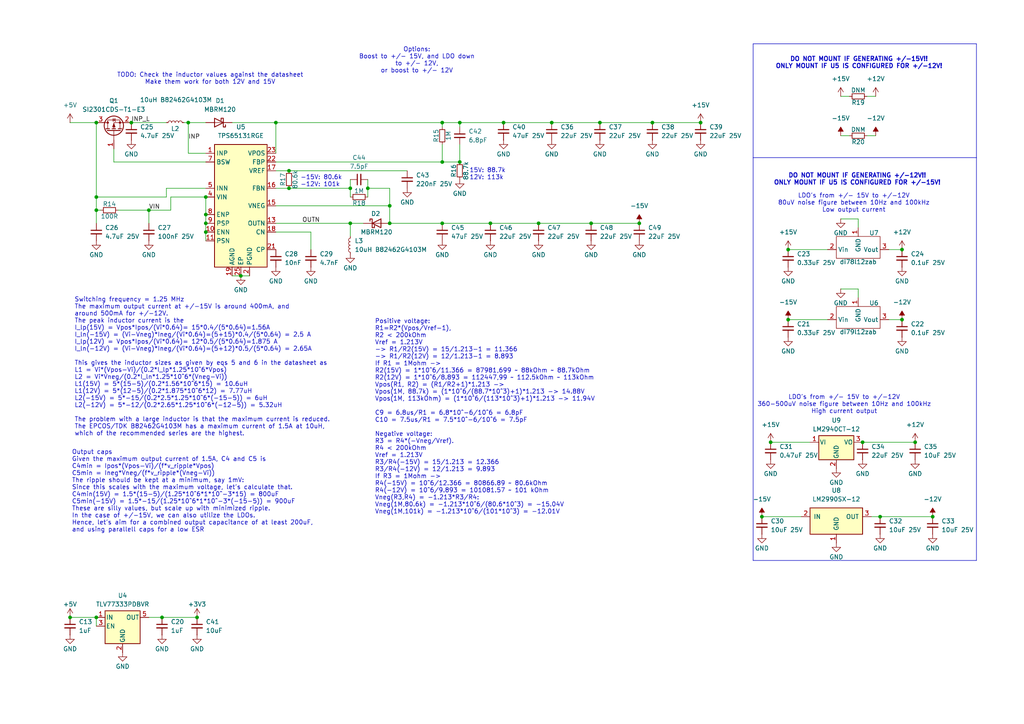
<source format=kicad_sch>
(kicad_sch (version 20231120) (generator "eeschema") (generator_version "8.0")
  (paper "A4")
  (lib_symbols
    (symbol "Device:C_Small" (pin_numbers hide) (pin_names (offset 0.254) hide)
      (property "Reference" "C" (at 0.254 1.778 0))
      (property "Value" "C_Small" (at 0.254 -2.032 0))
      (symbol "C_Small_0_1"
        (polyline (pts (xy -1.524 -0.508) (xy 1.524 -0.508)) (stroke (width 0.3302)))
        (polyline (pts (xy -1.524 0.508) (xy 1.524 0.508)) (stroke (width 0.3048)))
      )
      (symbol "C_Small_1_1"
        (pin passive line (at 0 2.54 270) (length 2.032) (name "~") (number "1"))
        (pin passive line (at 0 -2.54 90) (length 2.032) (name "~") (number "2"))
      )
    )
    (symbol "Device:D_Schottky" (pin_numbers hide) (pin_names (offset 1.016) hide)
      (property "Reference" "D" (at 0 2.54 0))
      (property "Value" "D_Schottky" (at 0 -2.54 0))
      (symbol "D_Schottky_0_1"
        (polyline (pts (xy 1.27 0) (xy -1.27 0)))
        (polyline (pts (xy 1.27 1.27) (xy 1.27 -1.27) (xy -1.27 0) (xy 1.27 1.27)) (stroke (width 0.254)))
        (polyline (pts (xy -1.905 0.635) (xy -1.905 1.27) (xy -1.27 1.27) (xy -1.27 -1.27) (xy -0.635 -1.27) (xy -0.635 -0.635)) (stroke (width 0.254)))
      )
      (symbol "D_Schottky_1_1"
        (pin passive line (at -3.81 0 0) (length 2.54) (name "K") (number "1"))
        (pin passive line (at 3.81 0 180) (length 2.54) (name "A") (number "2"))
      )
    )
    (symbol "Device:L_Small" (pin_numbers hide) (pin_names (offset 0.254) hide)
      (property "Reference" "L" (at 0.762 1.016 0))
      (property "Value" "L_Small" (at 0.762 -1.016 0))
      (symbol "L_Small_0_1"
        (arc (start 0 -2.032) (mid 0.5058 -1.524) (end 0 -1.016))
        (arc (start 0 -1.016) (mid 0.5058 -0.508) (end 0 0))
        (arc (start 0 0) (mid 0.5058 0.508) (end 0 1.016))
        (arc (start 0 1.016) (mid 0.5058 1.524) (end 0 2.032))
      )
      (symbol "L_Small_1_1"
        (pin passive line (at 0 2.54 270) (length 0.508) (name "~") (number "1"))
        (pin passive line (at 0 -2.54 90) (length 0.508) (name "~") (number "2"))
      )
    )
    (symbol "Device:R_Small" (pin_numbers hide) (pin_names (offset 0.254) hide)
      (property "Reference" "R" (at 0.762 0.508 0))
      (property "Value" "R_Small" (at 0.762 -1.016 0))
      (symbol "R_Small_0_1"
        (rectangle (start -0.762 1.778) (end 0.762 -1.778) (stroke (width 0.2032)))
      )
      (symbol "R_Small_1_1"
        (pin passive line (at 0 2.54 270) (length 0.762) (name "~") (number "1"))
        (pin passive line (at 0 -2.54 90) (length 0.762) (name "~") (number "2"))
      )
    )
    (symbol "Regulator_Linear:LM2937xT" (pin_names (offset 0.254))
      (property "Reference" "U" (at -3.81 3.175 0))
      (property "Value" "LM2937xT" (at 0 3.175 0))
      (symbol "LM2937xT_0_1"
        (rectangle (start -5.08 1.905) (end 5.08 -5.08) (stroke (width 0.254)) (fill (type background)))
      )
      (symbol "LM2937xT_1_1"
        (pin power_in line (at -7.62 0 0) (length 2.54) (name "VI") (number "1"))
        (pin power_in line (at 0 -7.62 90) (length 2.54) (name "GND") (number "2"))
        (pin power_out line (at 7.62 0 180) (length 2.54) (name "VO") (number "3"))
      )
    )
    (symbol "Regulator_Linear:LM2990SX-12" (pin_names (offset 1.016))
      (property "Reference" "U" (at -7.874 4.064 0))
      (property "Value" "LM2990SX-12" (at -3.048 4.064 0))
      (symbol "LM2990SX-12_0_1"
        (rectangle (start -7.62 2.54) (end 7.62 -5.08) (stroke (width 0.254)) (fill (type background)))
      )
      (symbol "LM2990SX-12_1_1"
        (pin power_in line (at 0 -7.62 90) (length 2.54) (name "GND") (number "1"))
        (pin power_in line (at -10.16 0 0) (length 2.54) (name "IN") (number "2"))
        (pin power_out line (at 10.16 0 180) (length 2.54) (name "OUT") (number "3"))
      )
    )
    (symbol "Regulator_Linear:TLV71333PDBV" (pin_names (offset 0.254))
      (property "Reference" "U" (at -3.81 5.715 0))
      (property "Value" "TLV71333PDBV" (at 0 5.715 0))
      (symbol "TLV71333PDBV_0_1"
        (rectangle (start -5.08 4.445) (end 5.08 -5.08) (stroke (width 0.254)) (fill (type background)))
      )
      (symbol "TLV71333PDBV_1_1"
        (pin power_in line (at -7.62 2.54 0) (length 2.54) (name "IN") (number "1"))
        (pin power_in line (at 0 -7.62 90) (length 2.54) (name "GND") (number "2"))
        (pin input line (at -7.62 0 0) (length 2.54) (name "EN") (number "3"))
        (pin no_connect line (at 5.08 0 180) (length 2.54) hide (name "NC") (number "4"))
        (pin power_out line (at 7.62 2.54 180) (length 2.54) (name "OUT") (number "5"))
      )
    )
    (symbol "Regulator_Switching:TPS65131RGE"
      (property "Reference" "U" (at -6.858 21.082 0))
      (property "Value" "TPS65131RGE" (at -1.016 19.05 0))
      (symbol "TPS65131RGE_0_1"
        (rectangle (start -7.62 17.78) (end 7.62 -17.78) (stroke (width 0.254)) (fill (type background)))
      )
      (symbol "TPS65131RGE_1_1"
        (pin input line (at -10.16 15.24 0) (length 2.54) (name "INP") (number "1"))
        (pin input line (at -10.16 -7.62 0) (length 2.54) (name "ENN") (number "10"))
        (pin input line (at -10.16 -10.16 0) (length 2.54) (name "PSN") (number "11"))
        (pin no_connect line (at -7.62 7.62 0) (length 2.54) hide (name "NC") (number "12"))
        (pin output line (at 10.16 -5.08 180) (length 2.54) (name "OUTN") (number "13"))
        (pin passive line (at 10.16 -5.08 180) (length 2.54) hide (name "OUTN") (number "14"))
        (pin input line (at 10.16 0 180) (length 2.54) (name "VNEG") (number "15"))
        (pin input line (at 10.16 5.08 180) (length 2.54) (name "FBN") (number "16"))
        (pin output line (at 10.16 10.16 180) (length 2.54) (name "VREF") (number "17"))
        (pin passive line (at 10.16 -7.62 180) (length 2.54) (name "CN") (number "18"))
        (pin power_in line (at -2.54 -20.32 90) (length 2.54) (name "AGND") (number "19"))
        (pin power_in line (at 2.54 -20.32 90) (length 2.54) (name "PGND") (number "2"))
        (pin no_connect line (at -7.62 10.16 0) (length 2.54) hide (name "NC") (number "20"))
        (pin passive line (at 10.16 -12.7 180) (length 2.54) (name "CP") (number "21"))
        (pin input line (at 10.16 12.7 180) (length 2.54) (name "FBP") (number "22"))
        (pin input line (at 10.16 15.24 180) (length 2.54) (name "VPOS") (number "23"))
        (pin input line (at -10.16 15.24 0) (length 2.54) hide (name "INP") (number "24"))
        (pin passive line (at 0 -20.32 90) (length 2.54) (name "EP") (number "25"))
        (pin passive line (at 2.54 -20.32 90) (length 2.54) hide (name "PGND") (number "3"))
        (pin power_in line (at -10.16 2.54 0) (length 2.54) (name "VIN") (number "4"))
        (pin input line (at -10.16 5.08 0) (length 2.54) (name "INN") (number "5"))
        (pin input line (at -10.16 5.08 0) (length 2.54) hide (name "INN") (number "6"))
        (pin output line (at -10.16 12.7 0) (length 2.54) (name "BSW") (number "7"))
        (pin input line (at -10.16 -2.54 0) (length 2.54) (name "ENP") (number "8"))
        (pin input line (at -10.16 -5.08 0) (length 2.54) (name "PSP") (number "9"))
      )
    )
    (symbol "Transistor_FET:Si2371EDS" (pin_names hide)
      (property "Reference" "Q" (at 5.08 1.905 0))
      (property "Value" "Si2371EDS" (at 5.08 0 0))
      (symbol "Si2371EDS_0_1"
        (polyline (pts (xy 0.254 0) (xy -2.54 0)))
        (polyline (pts (xy 0.254 1.905) (xy 0.254 -1.905)) (stroke (width 0.254)))
        (polyline (pts (xy 0.762 -1.27) (xy 0.762 -2.286)) (stroke (width 0.254)))
        (polyline (pts (xy 0.762 0.508) (xy 0.762 -0.508)) (stroke (width 0.254)))
        (polyline (pts (xy 0.762 2.286) (xy 0.762 1.27)) (stroke (width 0.254)))
        (polyline (pts (xy 2.54 2.54) (xy 2.54 1.778)))
        (polyline (pts (xy 2.54 -2.54) (xy 2.54 0) (xy 0.762 0)))
        (polyline (pts (xy 0.762 1.778) (xy 3.302 1.778) (xy 3.302 -1.778) (xy 0.762 -1.778)))
        (polyline (pts (xy 2.286 0) (xy 1.27 0.381) (xy 1.27 -0.381) (xy 2.286 0)) (fill (type outline)))
        (polyline (pts (xy 2.794 -0.508) (xy 2.921 -0.381) (xy 3.683 -0.381) (xy 3.81 -0.254)))
        (polyline (pts (xy 3.302 -0.381) (xy 2.921 0.254) (xy 3.683 0.254) (xy 3.302 -0.381)))
        (circle (center 1.651 0) (radius 2.794) (stroke (width 0.254)))
        (circle (center 2.54 -1.778) (radius 0.254) (fill (type outline)))
        (circle (center 2.54 1.778) (radius 0.254) (fill (type outline)))
      )
      (symbol "Si2371EDS_1_1"
        (pin input line (at -5.08 0 0) (length 2.54) (name "G") (number "1"))
        (pin passive line (at 2.54 -5.08 90) (length 2.54) (name "S") (number "2"))
        (pin passive line (at 2.54 5.08 270) (length 2.54) (name "D") (number "3"))
      )
    )
    (symbol "di79l12zab:di79l12zab"
      (property "Reference" "U" (at 8.382 7.366 0))
      (symbol "di79l12zab_0_1"
        (rectangle (start 0 6.35) (end 12.7 0))
      )
      (symbol "di79l12zab_1_1"
        (pin input line (at 6.35 8.89 270) (length 2.54) (name "GND") (number "1"))
        (pin input line (at -2.54 2.54 0) (length 2.54) (name "Vin") (number "2"))
        (pin output line (at 15.24 2.54 180) (length 2.54) (name "Vout") (number "3"))
      )
    )
    (symbol "power:+12V" (power) (pin_numbers hide) (pin_names (offset 0) hide)
      (property "Value" "+12V" (at 0 3.556 0))
      (symbol "+12V_0_1"
        (polyline (pts (xy -0.762 1.27) (xy 0 2.54)))
        (polyline (pts (xy 0 0) (xy 0 2.54)))
        (polyline (pts (xy 0 2.54) (xy 0.762 1.27)))
      )
      (symbol "+12V_1_1"
        (pin power_in line (at 0 0 90) (length 0) (name "~") (number "1"))
      )
    )
    (symbol "power:+15V" (power) (pin_numbers hide) (pin_names (offset 0) hide)
      (property "Value" "+15V" (at 0 3.556 0))
      (symbol "+15V_0_1"
        (polyline (pts (xy -0.762 1.27) (xy 0 2.54)))
        (polyline (pts (xy 0 0) (xy 0 2.54)))
        (polyline (pts (xy 0 2.54) (xy 0.762 1.27)))
      )
      (symbol "+15V_1_1"
        (pin power_in line (at 0 0 90) (length 0) (name "~") (number "1"))
      )
    )
    (symbol "power:+3V3" (power) (pin_numbers hide) (pin_names (offset 0) hide)
      (property "Value" "+3V3" (at 0 3.556 0))
      (symbol "+3V3_0_1"
        (polyline (pts (xy -0.762 1.27) (xy 0 2.54)))
        (polyline (pts (xy 0 0) (xy 0 2.54)))
        (polyline (pts (xy 0 2.54) (xy 0.762 1.27)))
      )
      (symbol "+3V3_1_1"
        (pin power_in line (at 0 0 90) (length 0) (name "~") (number "1"))
      )
    )
    (symbol "power:+5V" (power) (pin_numbers hide) (pin_names (offset 0) hide)
      (property "Value" "+5V" (at 0 3.556 0))
      (symbol "+5V_0_1"
        (polyline (pts (xy -0.762 1.27) (xy 0 2.54)))
        (polyline (pts (xy 0 0) (xy 0 2.54)))
        (polyline (pts (xy 0 2.54) (xy 0.762 1.27)))
      )
      (symbol "+5V_1_1"
        (pin power_in line (at 0 0 90) (length 0) (name "~") (number "1"))
      )
    )
    (symbol "power:-12V" (power) (pin_numbers hide) (pin_names (offset 0) hide)
      (property "Value" "-12V" (at 0 3.556 0))
      (symbol "-12V_0_0"
        (pin power_in line (at 0 0 90) (length 0) (name "~") (number "1"))
      )
      (symbol "-12V_0_1"
        (polyline (pts (xy 0 0) (xy 0 1.27) (xy 0.762 1.27) (xy 0 2.54) (xy -0.762 1.27) (xy 0 1.27)) (fill (type outline)))
      )
    )
    (symbol "power:-15V" (power) (pin_numbers hide) (pin_names (offset 0) hide)
      (property "Value" "-15V" (at 0 3.556 0))
      (symbol "-15V_0_0"
        (pin power_in line (at 0 0 90) (length 0) (name "~") (number "1"))
      )
      (symbol "-15V_0_1"
        (polyline (pts (xy 0 0) (xy 0 1.27) (xy 0.762 1.27) (xy 0 2.54) (xy -0.762 1.27) (xy 0 1.27)) (fill (type outline)))
      )
    )
    (symbol "power:GND" (power) (pin_numbers hide) (pin_names (offset 0) hide)
      (property "Value" "GND" (at 0 -3.81 0))
      (symbol "GND_0_1"
        (polyline (pts (xy 0 0) (xy 0 -1.27) (xy 1.27 -1.27) (xy 0 -2.54) (xy -1.27 -1.27) (xy 0 -1.27)))
      )
      (symbol "GND_1_1"
        (pin power_in line (at 0 0 270) (length 0) (name "~") (number "1"))
      )
    )
  )
  (junction (at 261.62 92.71))
  (junction (at 261.62 72.39))
  (junction (at 113.03 59.69))
  (junction (at 113.03 64.77))
  (junction (at 46.99 179.07))
  (junction (at 59.69 67.31))
  (junction (at 133.35 46.99))
  (junction (at 160.02 35.56))
  (junction (at 185.42 64.77))
  (junction (at 83.82 54.61))
  (junction (at 38.1 35.56))
  (junction (at 20.32 179.07))
  (junction (at 270.51 149.86))
  (junction (at 59.69 64.77))
  (junction (at 27.94 57.15))
  (junction (at 54.61 35.56))
  (junction (at 146.05 35.56))
  (junction (at 128.27 64.77))
  (junction (at 106.68 54.61))
  (junction (at 142.24 64.77))
  (junction (at 173.99 35.56))
  (junction (at 27.94 60.96))
  (junction (at 101.6 54.61))
  (junction (at 228.6 92.71))
  (junction (at 128.27 35.56))
  (junction (at 255.27 149.86))
  (junction (at 223.52 128.27))
  (junction (at 171.45 64.77))
  (junction (at 80.01 35.56))
  (junction (at 27.94 179.07))
  (junction (at 203.2 35.56))
  (junction (at 57.15 179.07))
  (junction (at 69.85 80.01))
  (junction (at 101.6 64.77))
  (junction (at 43.18 60.96))
  (junction (at 189.23 35.56))
  (junction (at 220.98 149.86))
  (junction (at 250.19 128.27))
  (junction (at 59.69 62.23))
  (junction (at 59.69 57.15))
  (junction (at 83.82 49.53))
  (junction (at 265.43 128.27))
  (junction (at 228.6 72.39))
  (junction (at 133.35 35.56))
  (junction (at 27.94 35.56))
  (junction (at 156.21 64.77))
  (junction (at 128.27 46.99))
  (polyline (pts (xy 283.21 12.7) (xy 283.21 45.72)))
  (wire (pts (xy 142.24 64.77) (xy 156.21 64.77)))
  (wire (pts (xy 33.02 46.99) (xy 59.69 46.99)))
  (wire (pts (xy 106.68 52.07) (xy 106.68 54.61)))
  (wire (pts (xy 101.6 64.77) (xy 101.6 68.58)))
  (wire (pts (xy 27.94 179.07) (xy 27.94 181.61)))
  (wire (pts (xy 243.84 83.82) (xy 248.92 83.82)))
  (wire (pts (xy 83.82 49.53) (xy 118.11 49.53)))
  (wire (pts (xy 128.27 35.56) (xy 133.35 35.56)))
  (wire (pts (xy 43.18 60.96) (xy 49.53 60.96)))
  (wire (pts (xy 20.32 35.56) (xy 27.94 35.56)))
  (wire (pts (xy 53.34 35.56) (xy 54.61 35.56)))
  (wire (pts (xy 27.94 35.56) (xy 27.94 57.15)))
  (wire (pts (xy 128.27 64.77) (xy 142.24 64.77)))
  (wire (pts (xy 261.62 92.71) (xy 257.81 92.71)))
  (wire (pts (xy 67.31 35.56) (xy 80.01 35.56)))
  (wire (pts (xy 54.61 44.45) (xy 59.69 44.45)))
  (wire (pts (xy 113.03 54.61) (xy 113.03 59.69)))
  (wire (pts (xy 46.99 179.07) (xy 43.18 179.07)))
  (wire (pts (xy 133.35 41.91) (xy 133.35 46.99)))
  (wire (pts (xy 146.05 35.56) (xy 160.02 35.56)))
  (wire (pts (xy 160.02 35.56) (xy 173.99 35.56)))
  (polyline (pts (xy 218.44 12.7) (xy 283.21 12.7)))
  (wire (pts (xy 59.69 62.23) (xy 59.69 64.77)))
  (wire (pts (xy 49.53 57.15) (xy 59.69 57.15)))
  (wire (pts (xy 67.31 80.01) (xy 69.85 80.01)))
  (wire (pts (xy 59.69 54.61) (xy 48.26 54.61)))
  (wire (pts (xy 156.21 64.77) (xy 171.45 64.77)))
  (wire (pts (xy 33.02 46.99) (xy 33.02 43.18)))
  (wire (pts (xy 133.35 35.56) (xy 133.35 36.83)))
  (wire (pts (xy 80.01 46.99) (xy 128.27 46.99)))
  (wire (pts (xy 223.52 128.27) (xy 234.95 128.27)))
  (wire (pts (xy 228.6 92.71) (xy 240.03 92.71)))
  (wire (pts (xy 90.17 72.39) (xy 90.17 67.31)))
  (wire (pts (xy 34.29 60.96) (xy 43.18 60.96)))
  (wire (pts (xy 113.03 64.77) (xy 128.27 64.77)))
  (wire (pts (xy 46.99 179.07) (xy 57.15 179.07)))
  (wire (pts (xy 83.82 54.61) (xy 101.6 54.61)))
  (wire (pts (xy 171.45 64.77) (xy 185.42 64.77)))
  (wire (pts (xy 80.01 54.61) (xy 83.82 54.61)))
  (wire (pts (xy 80.01 64.77) (xy 101.6 64.77)))
  (wire (pts (xy 113.03 59.69) (xy 113.03 64.77)))
  (wire (pts (xy 48.26 57.15) (xy 27.94 57.15)))
  (wire (pts (xy 101.6 54.61) (xy 101.6 52.07)))
  (wire (pts (xy 80.01 35.56) (xy 128.27 35.56)))
  (wire (pts (xy 80.01 35.56) (xy 80.01 44.45)))
  (wire (pts (xy 128.27 46.99) (xy 133.35 46.99)))
  (wire (pts (xy 59.69 35.56) (xy 54.61 35.56)))
  (wire (pts (xy 255.27 149.86) (xy 270.51 149.86)))
  (polyline (pts (xy 283.21 45.72) (xy 218.44 45.72)))
  (wire (pts (xy 59.69 57.15) (xy 59.69 62.23)))
  (wire (pts (xy 59.69 64.77) (xy 59.69 67.31)))
  (wire (pts (xy 90.17 67.31) (xy 80.01 67.31)))
  (wire (pts (xy 128.27 35.56) (xy 128.27 36.83)))
  (wire (pts (xy 101.6 54.61) (xy 101.6 57.15)))
  (wire (pts (xy 80.01 59.69) (xy 113.03 59.69)))
  (wire (pts (xy 243.84 63.5) (xy 248.92 63.5)))
  (polyline (pts (xy 283.21 45.72) (xy 283.21 162.56)))
  (wire (pts (xy 29.21 60.96) (xy 27.94 60.96)))
  (wire (pts (xy 106.68 54.61) (xy 106.68 57.15)))
  (wire (pts (xy 248.92 63.5) (xy 248.92 66.04)))
  (wire (pts (xy 69.85 80.01) (xy 72.39 80.01)))
  (wire (pts (xy 49.53 60.96) (xy 49.53 57.15)))
  (wire (pts (xy 105.41 64.77) (xy 101.6 64.77)))
  (wire (pts (xy 80.01 49.53) (xy 83.82 49.53)))
  (wire (pts (xy 173.99 35.56) (xy 189.23 35.56)))
  (wire (pts (xy 248.92 83.82) (xy 248.92 86.36)))
  (wire (pts (xy 255.27 149.86) (xy 252.73 149.86)))
  (wire (pts (xy 246.38 27.94) (xy 243.84 27.94)))
  (wire (pts (xy 251.46 27.94) (xy 254 27.94)))
  (polyline (pts (xy 218.44 12.7) (xy 218.44 45.72)))
  (wire (pts (xy 261.62 72.39) (xy 257.81 72.39)))
  (wire (pts (xy 254 39.37) (xy 251.46 39.37)))
  (wire (pts (xy 54.61 35.56) (xy 54.61 44.45)))
  (wire (pts (xy 106.68 54.61) (xy 113.03 54.61)))
  (wire (pts (xy 43.18 64.77) (xy 43.18 60.96)))
  (wire (pts (xy 246.38 39.37) (xy 243.84 39.37)))
  (wire (pts (xy 27.94 60.96) (xy 27.94 57.15)))
  (wire (pts (xy 128.27 41.91) (xy 128.27 46.99)))
  (wire (pts (xy 20.32 179.07) (xy 27.94 179.07)))
  (wire (pts (xy 59.69 67.31) (xy 59.69 69.85)))
  (wire (pts (xy 48.26 35.56) (xy 38.1 35.56)))
  (wire (pts (xy 250.19 128.27) (xy 265.43 128.27)))
  (wire (pts (xy 48.26 54.61) (xy 48.26 57.15)))
  (wire (pts (xy 189.23 35.56) (xy 203.2 35.56)))
  (wire (pts (xy 133.35 35.56) (xy 146.05 35.56)))
  (polyline (pts (xy 218.44 45.72) (xy 218.44 162.56)))
  (wire (pts (xy 27.94 64.77) (xy 27.94 60.96)))
  (wire (pts (xy 228.6 72.39) (xy 240.03 72.39)))
  (wire (pts (xy 220.98 149.86) (xy 232.41 149.86)))
  (polyline (pts (xy 218.44 162.56) (xy 283.21 162.56)))
  (text "Switching frequency = 1.25 MHz\nThe maximum output current at +/-15V is around 400mA, and\naround 500mA for +/-12V. \nThe peak inductor current is the \nI_lp(15V) = Vpos*Ipos/(Vi*0.64)= 15*0.4/(5*0.64)=1.56A\nI_ln(-15V) = (Vi-Vneg)*Ineg/(Vi*0.64)=(5+15)*0.4/(5*0.64) = 2.5 A\nI_lp(12V) = Vpos*Ipos/(Vi*0.64)= 12*0.5/(5*0.64)=1.875 A\nI_ln(-12V) = (Vi-Vneg)*Ineg/(Vi*0.64)=(5+12)*0.5/(5*0.64) = 2.65A\n\nThis gives the inductor sizes as given by eqs 5 and 6 in the datasheet as\nL1 = Vi*(Vpos-Vi)/(0.2*I_lp*1.25*10^6*Vpos)\nL2 = Vi*Vneg/(0.2*I_ln*1.25*10^6*(Vneg-Vi))\nL1(15V) = 5*(15-5)/(0.2*1.56*10^6*15) = 10.6uH\nL1(12V) = 5*(12-5)/(0.2*1.875*10^6*12) = 7.77uH\nL2(-15V) = 5*-15/(0.2*2.5*1.25*10^6*(-15-5)) = 6uH\nL2(-12V) = 5*-12/(0.2*2.65*1.25*10^6*(-12-5)) = 5.32uH\n\nThe problem with a large inductor is that the maximum current is reduced. \nThe EPCOS/TDK B82462G4103M has a maximum current of 1.5A at 10uH,\nwhich of the recommended series are the highest. " (at 21.59 106.426 0) (effects (font (size 1.27 1.27)) (justify left)))
  (text "DO NOT MOUNT IF GENERATING +/-15V!!\nONLY MOUNT IF U5 IS CONFIGURED FOR +/-12V!" (at 249.174 18.288 0) (effects (font (size 1.27 1.27) (thickness 0.254) (bold yes))))
  (text "LDO's from +/- 15V to +/-12V\n80uV noise figure between 10Hz and 100kHz\nLow output current" (at 247.65 58.928 0) (effects (font (size 1.27 1.27))))
  (text "Output caps\nGiven the maximum output current of 1.5A, C4 and C5 is\nC4min = Ipos*(Vpos-Vi)/(f*v_ripple*Vpos)\nC5min = Ineg*Vneg/(f*v_ripple*(Vneg-Vi))\nThe ripple should be kept at a minimum, say 1mV:\nSince this scales with the maximum voltage, let's calculate that. \nC4min(15V) = 1.5*(15-5)/(1.25*10^6*1*10^-3*15) = 800uF\nC5min(-15V) = 1.5*-15/(1.25*10^6*1*10^-3*(-15-5)) = 900uF\nThese are silly values, but scale up with minimized ripple. \nIn the case of +/-15V, we can also utilize the LDOs. \nHence, let's aim for a combined output capacitance of at least 200uF, \nand using parallell caps for a low ESR" (at 20.828 142.494 0) (effects (font (size 1.27 1.27)) (justify left)))
  (text "-15V: 80.6k\n-12V: 101k" (at 87.122 52.578 0) (effects (font (size 1.27 1.27)) (justify left)))
  (text "Positive voltage:\nR1=R2*(Vpos/Vref-1), \nR2 < 200kOhm\nVref = 1.213V\n-> R1/R2(15V) = 15/1.213-1 = 11.366\n-> R1/R2(12V) = 12/1.213-1 = 8.893\nIf R1 = 1Mohm -> \nR2(15V) = 1*10^6/11.366 = 87981,699 ~ 88kOhm ~ 88.7kOhm\nR2(12V) = 1*10^6/8.893 = 112447,99 ~ 112.5kOhm ~ 113kOhm\nVpos(R1, R2) = (R1/R2+1)*1.213 ->\nVpos(1M, 88.7k) = (1*10^6/(88.7*10^3)+1)*1.213 -> 14.88V\nVpos(1M, 113kOhm) = (1*10^6/(113*10^3)+1)*1.213 -> 11.94V\n\nC9 = 6.8us/R1 = 6.8*10^-6/10^6 = 6.8pF\nC10 = 7.5us/R1 = 7.5*10^-6/10^6 = 7.5pF\n\nNegative voltage:\nR3 = R4*(-Vneg/Vref). \nR4 < 200kOhm\nVref = 1.213V\nR3/R4(-15V) = 15/1.213 = 12.366\nR3/R4(-12V) = 12/1.213 = 9.893\nIf R3 = 1Mohm ->\nR4(-15V) = 10^6/12.366 = 80866.89 ~ 80.6kOhm\nR4(-12V) = 10^6/9.893 = 101081.57 ~ 101 kOhm\nVneg(R3,R4) = -1.213*R3/R4:\nVneg(1M,80.6k) = -1.213*10^6/(80.6*10^3) = -15.04V\nVneg(1M,101k) = -1.213*10^6/(101*10^3) = −12.01V" (at 108.712 120.904 0) (effects (font (size 1.27 1.27)) (justify left)))
  (text "LDO's from +/- 15V to +/-12V\n360-500uV noise figure between 10Hz and 100kHz\nHigh current output" (at 244.856 117.348 0) (effects (font (size 1.27 1.27))))
  (text "DO NOT MOUNT IF GENERATING +/-12V!!\nONLY MOUNT IF U5 IS CONFIGURED FOR +/-15V!" (at 248.666 52.07 0) (effects (font (size 1.27 1.27) (thickness 0.254) (bold yes))))
  (text "TODO: Check the inductor values against the datasheet\nMake them work for both 12V and 15V" (at 60.96 22.86 0) (effects (font (size 1.27 1.27))))
  (text "Options:\nBoost to +/- 15V, and LDO down\nto +/- 12V,\nor boost to +/- 12V" (at 120.904 17.526 0) (effects (font (size 1.27 1.27))))
  (text "15V: 88.7k\n12V: 113k" (at 136.144 50.546 0) (effects (font (size 1.27 1.27)) (justify left)))
  (label "OUTN" (at 87.63 64.77 0))
  (label "INP_L" (at 38.1 35.56 0))
  (label "INP" (at 54.61 40.64 0))
  (label "VIN" (at 43.18 60.96 0))
  (symbol (lib_id "power:GND") (at 156.21 69.85 0) (unit 1)
    (property "Reference" "#PWR89" (effects (hide yes)))
    (property "Value" "GND" (at 156.21 73.914 0))
    (property "Description" "Power symbol creates a global label with name \"GND\" , ground" (effects (hide yes)))
  )
  (symbol (lib_id "power:+15V") (at 223.52 128.27 0) (unit 1)
    (property "Reference" "#PWR69" (effects (hide yes)))
    (property "Value" "+15V" (at 223.52 123.19 0))
    (property "Description" "Power symbol creates a global label with name \"+15V\"" (effects (hide yes)))
  )
  (symbol (lib_id "power:GND") (at 101.6 73.66 0) (unit 1)
    (property "Reference" "#PWR64" (effects (hide yes)))
    (property "Value" "GND" (at 101.6 77.724 0))
    (property "Description" "Power symbol creates a global label with name \"GND\" , ground" (effects (hide yes)))
  )
  (symbol (lib_id "power:-15V") (at 185.42 64.77 0) (unit 1)
    (property "Reference" "#PWR86" (effects (hide yes)))
    (property "Value" "-15V" (at 185.42 59.69 0))
    (property "Description" "Power symbol creates a global label with name \"-15V\"" (effects (hide yes)))
  )
  (symbol (lib_id "power:GND") (at 189.23 40.64 0) (unit 1)
    (property "Reference" "#PWR79" (effects (hide yes)))
    (property "Value" "GND" (at 189.23 44.704 0))
    (property "Description" "Power symbol creates a global label with name \"GND\" , ground" (effects (hide yes)))
  )
  (symbol (lib_id "power:GND") (at 203.2 40.64 0) (unit 1)
    (property "Reference" "#PWR80" (effects (hide yes)))
    (property "Value" "GND" (at 203.2 44.704 0))
    (property "Description" "Power symbol creates a global label with name \"GND\" , ground" (effects (hide yes)))
  )
  (symbol (lib_id "Device:C_Small") (at 171.45 67.31 0) (unit 1)
    (property "Reference" "C48" (at 173.99 66.0462 0) (effects (justify left)))
    (property "Value" "22uF 25V" (at 173.99 68.5862 0) (effects (justify left)))
    (property "Footprint" "Capacitor_SMD:C_0805_2012Metric" (effects (hide yes)))
    (property "Description" "Unpolarized capacitor, small symbol" (effects (hide yes)))
  )
  (symbol (lib_id "Device:R_Small") (at 128.27 39.37 180) (unit 1)
    (property "Reference" "R15" (at 126.492 39.37 90))
    (property "Value" "1M" (at 130.048 39.37 90))
    (property "Footprint" "Resistor_SMD:R_0402_1005Metric" (effects (hide yes)))
    (property "Description" "Resistor, small symbol" (effects (hide yes)))
  )
  (symbol (lib_id "Device:C_Small") (at 142.24 67.31 0) (unit 1)
    (property "Reference" "C46" (at 144.78 66.0462 0) (effects (justify left)))
    (property "Value" "22uF 25V" (at 144.78 68.5862 0) (effects (justify left)))
    (property "Footprint" "Capacitor_SMD:C_0805_2012Metric" (effects (hide yes)))
    (property "Description" "Unpolarized capacitor, small symbol" (effects (hide yes)))
  )
  (symbol (lib_id "power:GND") (at 57.15 184.15 0) (unit 1)
    (property "Reference" "#PWR82" (effects (hide yes)))
    (property "Value" "GND" (at 57.15 188.214 0))
    (property "Description" "Power symbol creates a global label with name \"GND\" , ground" (effects (hide yes)))
  )
  (symbol (lib_id "power:GND") (at 90.17 77.47 0) (unit 1)
    (property "Reference" "#PWR63" (effects (hide yes)))
    (property "Value" "GND" (at 90.17 81.534 0))
    (property "Description" "Power symbol creates a global label with name \"GND\" , ground" (effects (hide yes)))
  )
  (symbol (lib_id "power:GND") (at 228.6 97.79 0) (unit 1)
    (property "Reference" "#PWR48" (effects (hide yes)))
    (property "Value" "GND" (at 228.6 101.854 0))
    (property "Description" "Power symbol creates a global label with name \"GND\" , ground" (effects (hide yes)))
  )
  (symbol (lib_id "power:GND") (at 43.18 69.85 0) (unit 1)
    (property "Reference" "#PWR60" (effects (hide yes)))
    (property "Value" "GND" (at 43.18 73.914 0))
    (property "Description" "Power symbol creates a global label with name \"GND\" , ground" (effects (hide yes)))
  )
  (symbol (lib_id "power:GND") (at 146.05 40.64 0) (unit 1)
    (property "Reference" "#PWR81" (effects (hide yes)))
    (property "Value" "GND" (at 146.05 44.704 0))
    (property "Description" "Power symbol creates a global label with name \"GND\" , ground" (effects (hide yes)))
  )
  (symbol (lib_id "power:+15V") (at 243.84 27.94 0) (unit 1)
    (property "Reference" "#PWR94" (effects (hide yes)))
    (property "Value" "+15V" (at 243.84 22.86 0))
    (property "Description" "Power symbol creates a global label with name \"+15V\"" (effects (hide yes)))
  )
  (symbol (lib_id "Device:C_Small") (at 189.23 38.1 0) (unit 1)
    (property "Reference" "C38" (at 191.77 36.8362 0) (effects (justify left)))
    (property "Value" "22uF 25V" (at 191.77 39.3762 0) (effects (justify left)))
    (property "Footprint" "Capacitor_SMD:C_0805_2012Metric" (effects (hide yes)))
    (property "Description" "Unpolarized capacitor, small symbol" (effects (hide yes)))
  )
  (symbol (lib_id "Device:C_Small") (at 118.11 52.07 0) (unit 1)
    (property "Reference" "C43" (at 120.65 50.8062 0) (effects (justify left)))
    (property "Value" "220nF 25V" (at 120.65 53.3462 0) (effects (justify left)))
    (property "Footprint" "Capacitor_SMD:C_0402_1005Metric" (effects (hide yes)))
    (property "Description" "Unpolarized capacitor, small symbol" (effects (hide yes)))
  )
  (symbol (lib_id "power:+12V") (at 265.43 128.27 0) (unit 1)
    (property "Reference" "#PWR76" (effects (hide yes)))
    (property "Value" "+12V" (at 265.43 123.19 0))
    (property "Description" "Power symbol creates a global label with name \"+12V\"" (effects (hide yes)))
  )
  (symbol (lib_id "power:-15V") (at 243.84 39.37 0) (unit 1)
    (property "Reference" "#PWR92" (effects (hide yes)))
    (property "Value" "-15V" (at 243.84 34.29 0))
    (property "Description" "Power symbol creates a global label with name \"-15V\"" (effects (hide yes)))
  )
  (symbol (lib_id "power:+12V") (at 261.62 72.39 0) (unit 1)
    (property "Reference" "#PWR53" (effects (hide yes)))
    (property "Value" "+12V" (at 261.62 67.31 0))
    (property "Description" "Power symbol creates a global label with name \"+12V\"" (effects (hide yes)))
  )
  (symbol (lib_id "power:GND") (at 133.35 52.07 0) (unit 1)
    (property "Reference" "#PWR83" (effects (hide yes)))
    (property "Value" "GND" (at 133.35 56.134 0))
    (property "Description" "Power symbol creates a global label with name \"GND\" , ground" (effects (hide yes)))
  )
  (symbol (lib_id "Device:C_Small") (at 261.62 95.25 0) (unit 1)
    (property "Reference" "C22" (at 264.16 93.9862 0) (effects (justify left)))
    (property "Value" "0.1uF 25V" (at 264.16 96.5262 0) (effects (justify left)))
    (property "Footprint" "Capacitor_SMD:C_0603_1608Metric" (effects (hide yes)))
    (property "Description" "Unpolarized capacitor, small symbol" (effects (hide yes)))
  )
  (symbol (lib_id "Regulator_Switching:TPS65131RGE") (at 69.85 59.69 0) (unit 1)
    (property "Reference" "U5" (at 69.85 36.83 0))
    (property "Value" "TPS65131RGE" (at 69.85 39.37 0))
    (property "Footprint" "Package_DFN_QFN:VQFN-24-1EP_4x4mm_P0.5mm_EP2.45x2.45mm_ThermalVias" (effects (hide yes)))
    (property "Datasheet" "http://www.ti.com/lit/ds/symlink/tps65130.pdf" (effects (hide yes)))
    (property "Description" "Split-Rail Converter with Dual, Positive and Negative Outputs (750mA typ, Switch Current Limit 1950mA typ),), 2.7-5.5V, VQFN-24" (effects (hide yes)))
  )
  (symbol (lib_id "power:GND") (at 223.52 133.35 0) (unit 1)
    (property "Reference" "#PWR70" (effects (hide yes)))
    (property "Value" "GND" (at 223.52 137.414 0))
    (property "Description" "Power symbol creates a global label with name \"GND\" , ground" (effects (hide yes)))
  )
  (symbol (lib_id "di79l12zab:di79l12zab") (at 242.57 74.93 0) (unit 1)
    (property "Reference" "U7" (at 253.492 67.564 0))
    (property "Value" "di78l12zab" (at 248.92 75.946 0))
    (property "Footprint" "Package_TO_SOT_THT:TO-92" (effects (hide yes)))
  )
  (symbol (lib_id "power:GND") (at 128.27 69.85 0) (unit 1)
    (property "Reference" "#PWR87" (effects (hide yes)))
    (property "Value" "GND" (at 128.27 73.914 0))
    (property "Description" "Power symbol creates a global label with name \"GND\" , ground" (effects (hide yes)))
  )
  (symbol (lib_id "power:+5V") (at 20.32 35.56 0) (unit 1)
    (property "Reference" "#PWR197" (effects (hide yes)))
    (property "Value" "+5V" (at 20.32 30.48 0))
    (property "Description" "Power symbol creates a global label with name \"+5V\"" (effects (hide yes)))
  )
  (symbol (lib_id "power:GND") (at 38.1 40.64 0) (unit 1)
    (property "Reference" "#PWR56" (effects (hide yes)))
    (property "Value" "GND" (at 38.1 44.704 0))
    (property "Description" "Power symbol creates a global label with name \"GND\" , ground" (effects (hide yes)))
  )
  (symbol (lib_id "Device:R_Small") (at 83.82 52.07 180) (unit 1)
    (property "Reference" "R17" (at 82.042 52.07 90))
    (property "Value" "80.6k" (at 85.598 52.07 90))
    (property "Footprint" "Resistor_SMD:R_0402_1005Metric" (effects (hide yes)))
    (property "Description" "Resistor, small symbol" (effects (hide yes)))
  )
  (symbol (lib_id "power:GND") (at 270.51 154.94 0) (unit 1)
    (property "Reference" "#PWR73" (effects (hide yes)))
    (property "Value" "GND" (at 270.51 159.004 0))
    (property "Description" "Power symbol creates a global label with name \"GND\" , ground" (effects (hide yes)))
  )
  (symbol (lib_id "Device:R_Small") (at 248.92 39.37 270) (unit 1)
    (property "Reference" "R20" (at 248.92 41.148 90))
    (property "Value" "DNM" (at 248.92 37.592 90))
    (property "Footprint" "Resistor_SMD:R_0402_1005Metric" (effects (hide yes)))
    (property "Description" "Resistor, small symbol" (effects (hide yes)))
  )
  (symbol (lib_id "power:GND") (at 69.85 80.01 0) (unit 1)
    (property "Reference" "#PWR61" (effects (hide yes)))
    (property "Value" "GND" (at 69.85 84.074 0))
    (property "Description" "Power symbol creates a global label with name \"GND\" , ground" (effects (hide yes)))
  )
  (symbol (lib_id "power:GND") (at 171.45 69.85 0) (unit 1)
    (property "Reference" "#PWR90" (effects (hide yes)))
    (property "Value" "GND" (at 171.45 73.914 0))
    (property "Description" "Power symbol creates a global label with name \"GND\" , ground" (effects (hide yes)))
  )
  (symbol (lib_id "Device:C_Small") (at 228.6 74.93 0) (unit 1)
    (property "Reference" "C23" (at 231.14 73.6662 0) (effects (justify left)))
    (property "Value" "0.33uF 25V" (at 231.14 76.2062 0) (effects (justify left)))
    (property "Footprint" "Capacitor_SMD:C_0603_1608Metric" (effects (hide yes)))
    (property "Description" "Unpolarized capacitor, small symbol" (effects (hide yes)))
  )
  (symbol (lib_id "Device:L_Small") (at 50.8 35.56 90) (unit 1)
    (property "Reference" "L2" (at 50.8 37.338 90))
    (property "Value" "10uH B82462G4103M" (at 51.054 28.956 90))
    (property "Footprint" "Inductor_SMD:L_Vishay_IHLP-2525" (effects (hide yes)))
    (property "Description" "Inductor, small symbol" (effects (hide yes)))
  )
  (symbol (lib_id "power:GND") (at 228.6 77.47 0) (unit 1)
    (property "Reference" "#PWR54" (effects (hide yes)))
    (property "Value" "GND" (at 228.6 81.534 0))
    (property "Description" "Power symbol creates a global label with name \"GND\" , ground" (effects (hide yes)))
  )
  (symbol (lib_id "Device:C_Small") (at 160.02 38.1 0) (unit 1)
    (property "Reference" "C36" (at 162.56 36.8362 0) (effects (justify left)))
    (property "Value" "22uF 25V" (at 162.56 39.3762 0) (effects (justify left)))
    (property "Footprint" "Capacitor_SMD:C_0805_2012Metric" (effects (hide yes)))
    (property "Description" "Unpolarized capacitor, small symbol" (effects (hide yes)))
  )
  (symbol (lib_id "Device:C_Small") (at 261.62 74.93 0) (unit 1)
    (property "Reference" "C24" (at 264.16 73.6662 0) (effects (justify left)))
    (property "Value" "0.1uF 25V" (at 264.16 76.2062 0) (effects (justify left)))
    (property "Footprint" "Capacitor_SMD:C_0603_1608Metric" (effects (hide yes)))
    (property "Description" "Unpolarized capacitor, small symbol" (effects (hide yes)))
  )
  (symbol (lib_id "power:GND") (at 265.43 133.35 0) (unit 1)
    (property "Reference" "#PWR75" (effects (hide yes)))
    (property "Value" "GND" (at 265.43 137.414 0))
    (property "Description" "Power symbol creates a global label with name \"GND\" , ground" (effects (hide yes)))
  )
  (symbol (lib_id "power:GND") (at 220.98 154.94 0) (unit 1)
    (property "Reference" "#PWR66" (effects (hide yes)))
    (property "Value" "GND" (at 220.98 159.004 0))
    (property "Description" "Power symbol creates a global label with name \"GND\" , ground" (effects (hide yes)))
  )
  (symbol (lib_id "power:GND") (at 80.01 77.47 0) (unit 1)
    (property "Reference" "#PWR62" (effects (hide yes)))
    (property "Value" "GND" (at 80.01 81.534 0))
    (property "Description" "Power symbol creates a global label with name \"GND\" , ground" (effects (hide yes)))
  )
  (symbol (lib_id "power:GND") (at 250.19 133.35 0) (unit 1)
    (property "Reference" "#PWR74" (effects (hide yes)))
    (property "Value" "GND" (at 250.19 137.414 0))
    (property "Description" "Power symbol creates a global label with name \"GND\" , ground" (effects (hide yes)))
  )
  (symbol (lib_id "power:GND") (at 27.94 69.85 0) (unit 1)
    (property "Reference" "#PWR59" (effects (hide yes)))
    (property "Value" "GND" (at 27.94 73.914 0))
    (property "Description" "Power symbol creates a global label with name \"GND\" , ground" (effects (hide yes)))
  )
  (symbol (lib_id "Device:R_Small") (at 133.35 49.53 180) (unit 1)
    (property "Reference" "R16" (at 131.572 49.53 90))
    (property "Value" "88.7k" (at 135.128 49.53 90))
    (property "Footprint" "Resistor_SMD:R_0402_1005Metric" (effects (hide yes)))
    (property "Description" "Resistor, small symbol" (effects (hide yes)))
  )
  (symbol (lib_id "power:GND") (at 261.62 97.79 0) (unit 1)
    (property "Reference" "#PWR49" (effects (hide yes)))
    (property "Value" "GND" (at 261.62 101.854 0))
    (property "Description" "Power symbol creates a global label with name \"GND\" , ground" (effects (hide yes)))
  )
  (symbol (lib_id "Device:C_Small") (at 46.99 181.61 0) (unit 1)
    (property "Reference" "C20" (at 49.53 180.3462 0) (effects (justify left)))
    (property "Value" "1uF" (at 49.53 182.8862 0) (effects (justify left)))
    (property "Footprint" "Capacitor_SMD:C_0603_1608Metric" (effects (hide yes)))
    (property "Description" "Unpolarized capacitor, small symbol" (effects (hide yes)))
  )
  (symbol (lib_id "power:GND") (at 243.84 63.5 0) (unit 1)
    (property "Reference" "#PWR55" (effects (hide yes)))
    (property "Value" "GND" (at 243.84 67.564 0))
    (property "Description" "Power symbol creates a global label with name \"GND\" , ground" (effects (hide yes)))
  )
  (symbol (lib_id "Regulator_Linear:LM2937xT") (at 242.57 128.27 0) (unit 1)
    (property "Reference" "U9" (at 242.57 121.92 0))
    (property "Value" "LM2940CT-12" (at 242.57 124.46 0))
    (property "Footprint" "TO-220-3_no_hole:TO-220-3_no_hole" (effects (hide yes)))
    (property "Datasheet" "https://www.ti.com/lit/ds/symlink/lm2940c.pdf?ts=1743294412619&ref_url=https%253A%252F%252Fwww.ti.com%252Fproduct%252FLM2940C%252Fpart-details%252FLM2940CT-12%252FNOPB" (effects (hide yes)))
    (property "Description" "1000-mA Low Dropout Regulator, TO-220" (effects (hide yes)))
  )
  (symbol (lib_id "Device:C_Small") (at 20.32 181.61 0) (unit 1)
    (property "Reference" "C13" (at 22.86 180.3462 0) (effects (justify left)))
    (property "Value" "1uF" (at 22.86 182.8862 0) (effects (justify left)))
    (property "Footprint" "Capacitor_SMD:C_0603_1608Metric" (effects (hide yes)))
    (property "Description" "Unpolarized capacitor, small symbol" (effects (hide yes)))
  )
  (symbol (lib_id "power:-12V") (at 261.62 92.71 0) (unit 1)
    (property "Reference" "#PWR52" (effects (hide yes)))
    (property "Value" "-12V" (at 261.62 87.63 0))
    (property "Description" "Power symbol creates a global label with name \"-12V\"" (effects (hide yes)))
  )
  (symbol (lib_id "Device:C_Small") (at 80.01 74.93 0) (unit 1)
    (property "Reference" "C28" (at 82.55 73.6662 0) (effects (justify left)))
    (property "Value" "10nF" (at 82.55 76.2062 0) (effects (justify left)))
    (property "Footprint" "Capacitor_SMD:C_0402_1005Metric" (effects (hide yes)))
    (property "Description" "Unpolarized capacitor, small symbol" (effects (hide yes)))
  )
  (symbol (lib_id "Device:L_Small") (at 101.6 71.12 180) (unit 1)
    (property "Reference" "L3" (at 102.87 69.8499 0) (effects (justify right)))
    (property "Value" "10uH B82462G4103M" (at 102.87 72.3899 0) (effects (justify right)))
    (property "Footprint" "Inductor_SMD:L_Vishay_IHLP-2525" (effects (hide yes)))
    (property "Description" "Inductor, small symbol" (effects (hide yes)))
  )
  (symbol (lib_id "power:GND") (at 242.57 135.89 0) (unit 1)
    (property "Reference" "#PWR68" (effects (hide yes)))
    (property "Value" "GND" (at 242.57 139.954 0))
    (property "Description" "Power symbol creates a global label with name \"GND\" , ground" (effects (hide yes)))
  )
  (symbol (lib_id "power:GND") (at 118.11 54.61 0) (unit 1)
    (property "Reference" "#PWR84" (effects (hide yes)))
    (property "Value" "GND" (at 118.11 58.674 0))
    (property "Description" "Power symbol creates a global label with name \"GND\" , ground" (effects (hide yes)))
  )
  (symbol (lib_id "Device:C_Small") (at 223.52 130.81 0) (unit 1)
    (property "Reference" "C31" (at 226.06 129.5462 0) (effects (justify left)))
    (property "Value" "0.47uF 25V" (at 226.06 132.0862 0) (effects (justify left)))
    (property "Footprint" "Capacitor_SMD:C_0603_1608Metric" (effects (hide yes)))
    (property "Description" "Unpolarized capacitor, small symbol" (effects (hide yes)))
  )
  (symbol (lib_id "Device:C_Small") (at 270.51 152.4 0) (unit 1)
    (property "Reference" "C33" (at 273.05 151.1362 0) (effects (justify left)))
    (property "Value" "10uF 25V" (at 273.05 153.6762 0) (effects (justify left)))
    (property "Footprint" "Capacitor_SMD:C_0805_2012Metric" (effects (hide yes)))
    (property "Description" "Unpolarized capacitor, small symbol" (effects (hide yes)))
  )
  (symbol (lib_id "Transistor_FET:Si2371EDS") (at 33.02 38.1 90) (unit 1)
    (property "Reference" "Q1" (at 33.02 29.21 90))
    (property "Value" "SI2301CDS-T1-E3" (at 33.02 31.75 90))
    (property "Footprint" "Package_TO_SOT_SMD:SOT-23" (effects (hide yes)))
    (property "Datasheet" "https://www.vishay.com/docs/68741/si2301cd.pdf" (effects (hide yes)))
    (property "Description" "P-Channel MOSFET, SOT-23" (effects (hide yes)))
  )
  (symbol (lib_id "Regulator_Linear:TLV71333PDBV") (at 35.56 181.61 0) (unit 1)
    (property "Reference" "U4" (at 35.56 172.72 0))
    (property "Value" "TLV77333PDBVR" (at 35.56 175.26 0))
    (property "Footprint" "Package_TO_SOT_SMD:SOT-23-5" (effects (hide yes)))
    (property "Datasheet" "https://www.ti.com/lit/ds/symlink/tlv773.pdf?ts=1742973977176&ref_url=https%253A%252F%252Fwww.ti.com%252Fproduct%252FTLV773%252Fpart-details%252FTLV77318PDBVR" (effects (hide yes)))
    (property "Description" "300mA, Small-Size, High-PSRR, Low-Dropout Regulator" (effects (hide yes)))
  )
  (symbol (lib_id "power:GND") (at 185.42 69.85 0) (unit 1)
    (property "Reference" "#PWR91" (effects (hide yes)))
    (property "Value" "GND" (at 185.42 73.914 0))
    (property "Description" "Power symbol creates a global label with name \"GND\" , ground" (effects (hide yes)))
  )
  (symbol (lib_id "Device:C_Small") (at 38.1 38.1 0) (unit 1)
    (property "Reference" "C25" (at 40.64 36.8362 0) (effects (justify left)))
    (property "Value" "4.7uF 25V" (at 40.64 39.3762 0) (effects (justify left)))
    (property "Footprint" "Capacitor_SMD:C_0805_2012Metric" (effects (hide yes)))
    (property "Description" "Unpolarized capacitor, small symbol" (effects (hide yes)))
  )
  (symbol (lib_id "Device:C_Small") (at 90.17 74.93 0) (unit 1)
    (property "Reference" "C29" (at 92.71 73.6662 0) (effects (justify left)))
    (property "Value" "4.7nF" (at 92.71 76.2062 0) (effects (justify left)))
    (property "Footprint" "Capacitor_SMD:C_0402_1005Metric" (effects (hide yes)))
    (property "Description" "Unpolarized capacitor, small symbol" (effects (hide yes)))
  )
  (symbol (lib_id "Device:C_Small") (at 173.99 38.1 0) (unit 1)
    (property "Reference" "C37" (at 176.53 36.8362 0) (effects (justify left)))
    (property "Value" "22uF 25V" (at 176.53 39.3762 0) (effects (justify left)))
    (property "Footprint" "Capacitor_SMD:C_0805_2012Metric" (effects (hide yes)))
    (property "Description" "Unpolarized capacitor, small symbol" (effects (hide yes)))
  )
  (symbol (lib_id "power:+15V") (at 203.2 35.56 0) (unit 1)
    (property "Reference" "#PWR85" (effects (hide yes)))
    (property "Value" "+15V" (at 203.2 30.48 0))
    (property "Description" "Power symbol creates a global label with name \"+15V\"" (effects (hide yes)))
  )
  (symbol (lib_id "power:GND") (at 142.24 69.85 0) (unit 1)
    (property "Reference" "#PWR88" (effects (hide yes)))
    (property "Value" "GND" (at 142.24 73.914 0))
    (property "Description" "Power symbol creates a global label with name \"GND\" , ground" (effects (hide yes)))
  )
  (symbol (lib_id "Device:R_Small") (at 104.14 57.15 270) (unit 1)
    (property "Reference" "R18" (at 104.14 58.928 90))
    (property "Value" "1M" (at 104.14 55.372 90))
    (property "Footprint" "Resistor_SMD:R_0402_1005Metric" (effects (hide yes)))
    (property "Description" "Resistor, small symbol" (effects (hide yes)))
  )
  (symbol (lib_id "Device:C_Small") (at 104.14 52.07 90) (unit 1)
    (property "Reference" "C44" (at 104.1463 45.72 90))
    (property "Value" "7.5pF" (at 104.1463 48.26 90))
    (property "Footprint" "Capacitor_SMD:C_0402_1005Metric" (effects (hide yes)))
    (property "Description" "Unpolarized capacitor, small symbol" (effects (hide yes)))
  )
  (symbol (lib_id "di79l12zab:di79l12zab") (at 242.57 95.25 0) (unit 1)
    (property "Reference" "U6" (at 253.492 87.884 0))
    (property "Value" "di79l12zab" (at 248.92 96.266 0))
    (property "Footprint" "Package_TO_SOT_THT:TO-92" (effects (hide yes)))
  )
  (symbol (lib_id "power:GND") (at 160.02 40.64 0) (unit 1)
    (property "Reference" "#PWR77" (effects (hide yes)))
    (property "Value" "GND" (at 160.02 44.704 0))
    (property "Description" "Power symbol creates a global label with name \"GND\" , ground" (effects (hide yes)))
  )
  (symbol (lib_id "Device:R_Small") (at 31.75 60.96 90) (unit 1)
    (property "Reference" "R14" (at 31.75 59.182 90))
    (property "Value" "100R" (at 31.75 62.738 90))
    (property "Footprint" "Resistor_SMD:R_0402_1005Metric" (effects (hide yes)))
    (property "Description" "Resistor, small symbol" (effects (hide yes)))
  )
  (symbol (lib_id "Device:R_Small") (at 248.92 27.94 270) (unit 1)
    (property "Reference" "R19" (at 248.92 29.718 90))
    (property "Value" "DNM" (at 248.92 26.162 90))
    (property "Footprint" "Resistor_SMD:R_0402_1005Metric" (effects (hide yes)))
    (property "Description" "Resistor, small symbol" (effects (hide yes)))
  )
  (symbol (lib_id "power:+12V") (at 254 27.94 0) (unit 1)
    (property "Reference" "#PWR95" (effects (hide yes)))
    (property "Value" "+12V" (at 254 22.86 0))
    (property "Description" "Power symbol creates a global label with name \"+12V\"" (effects (hide yes)))
  )
  (symbol (lib_id "Device:C_Small") (at 185.42 67.31 0) (unit 1)
    (property "Reference" "C49" (at 187.96 66.0462 0) (effects (justify left)))
    (property "Value" "22uF 25V" (at 187.96 68.5862 0) (effects (justify left)))
    (property "Footprint" "Capacitor_SMD:C_0805_2012Metric" (effects (hide yes)))
    (property "Description" "Unpolarized capacitor, small symbol" (effects (hide yes)))
  )
  (symbol (lib_id "Device:C_Small") (at 43.18 67.31 0) (unit 1)
    (property "Reference" "C27" (at 45.72 66.0462 0) (effects (justify left)))
    (property "Value" "100nF 25V" (at 45.72 68.5862 0) (effects (justify left)))
    (property "Footprint" "Capacitor_SMD:C_0402_1005Metric" (effects (hide yes)))
    (property "Description" "Unpolarized capacitor, small symbol" (effects (hide yes)))
  )
  (symbol (lib_id "Device:C_Small") (at 128.27 67.31 0) (unit 1)
    (property "Reference" "C45" (at 130.81 66.0462 0) (effects (justify left)))
    (property "Value" "47uF 25V" (at 130.81 68.5862 0) (effects (justify left)))
    (property "Footprint" "Capacitor_SMD:C_1206_3216Metric" (effects (hide yes)))
    (property "Description" "Unpolarized capacitor, small symbol" (effects (hide yes)))
  )
  (symbol (lib_id "Device:C_Small") (at 146.05 38.1 0) (unit 1)
    (property "Reference" "C40" (at 148.59 36.8362 0) (effects (justify left)))
    (property "Value" "47uF 25V" (at 148.59 39.3762 0) (effects (justify left)))
    (property "Footprint" "Capacitor_SMD:C_1206_3216Metric" (effects (hide yes)))
    (property "Description" "Unpolarized capacitor, small symbol" (effects (hide yes)))
  )
  (symbol (lib_id "Regulator_Linear:LM2990SX-12") (at 242.57 149.86 0) (unit 1)
    (property "Reference" "U8" (at 242.57 142.24 0))
    (property "Value" "LM2990SX-12" (at 242.57 144.78 0))
    (property "Footprint" "TO-220-3_no_hole:TO-220-3_no_hole" (effects (hide yes)))
    (property "Datasheet" "http://www.ti.com/lit/ds/symlink/lm2990.pdf" (effects (hide yes)))
    (property "Description" "Three termianl low-dropout 1A negative voltage regulator, Input -6V to -26V, Out -12V" (effects (hide yes)))
  )
  (symbol (lib_id "power:GND") (at 242.57 157.48 0) (unit 1)
    (property "Reference" "#PWR67" (effects (hide yes)))
    (property "Value" "GND" (at 242.57 161.544 0))
    (property "Description" "Power symbol creates a global label with name \"GND\" , ground" (effects (hide yes)))
  )
  (symbol (lib_id "power:GND") (at 173.99 40.64 0) (unit 1)
    (property "Reference" "#PWR78" (effects (hide yes)))
    (property "Value" "GND" (at 173.99 44.704 0))
    (property "Description" "Power symbol creates a global label with name \"GND\" , ground" (effects (hide yes)))
  )
  (symbol (lib_id "power:GND") (at 20.32 184.15 0) (unit 1)
    (property "Reference" "#PWR45" (effects (hide yes)))
    (property "Value" "GND" (at 20.32 188.214 0))
    (property "Description" "Power symbol creates a global label with name \"GND\" , ground" (effects (hide yes)))
  )
  (symbol (lib_id "power:GND") (at 46.99 184.15 0) (unit 1)
    (property "Reference" "#PWR46" (effects (hide yes)))
    (property "Value" "GND" (at 46.99 188.214 0))
    (property "Description" "Power symbol creates a global label with name \"GND\" , ground" (effects (hide yes)))
  )
  (symbol (lib_id "Device:D_Schottky") (at 109.22 64.77 0) (unit 1)
    (property "Reference" "D2" (at 108.966 61.976 0))
    (property "Value" "MBRM120" (at 109.22 67.31 0))
    (property "Footprint" "MBRM120:MBRM120" (effects (hide yes)))
    (property "Datasheet" "https://www.onsemi.com/pdf/datasheet/mbrm120l-d.pdf" (effects (hide yes)))
    (property "Description" "OnSemi MBRM120" (effects (hide yes)))
  )
  (symbol (lib_id "Device:C_Small") (at 220.98 152.4 0) (unit 1)
    (property "Reference" "C30" (at 223.52 151.1362 0) (effects (justify left)))
    (property "Value" "10uF 25V" (at 223.52 153.6762 0) (effects (justify left)))
    (property "Footprint" "Capacitor_SMD:C_0805_2012Metric" (effects (hide yes)))
    (property "Description" "Unpolarized capacitor, small symbol" (effects (hide yes)))
  )
  (symbol (lib_id "Device:C_Small") (at 255.27 152.4 0) (unit 1)
    (property "Reference" "C32" (at 257.81 151.1362 0) (effects (justify left)))
    (property "Value" "10uF 25V" (at 257.81 153.6762 0) (effects (justify left)))
    (property "Footprint" "Capacitor_SMD:C_0805_2012Metric" (effects (hide yes)))
    (property "Description" "Unpolarized capacitor, small symbol" (effects (hide yes)))
  )
  (symbol (lib_id "power:+15V") (at 228.6 72.39 0) (unit 1)
    (property "Reference" "#PWR58" (effects (hide yes)))
    (property "Value" "+15V" (at 228.6 67.31 0))
    (property "Description" "Power symbol creates a global label with name \"+15V\"" (effects (hide yes)))
  )
  (symbol (lib_id "power:-12V") (at 254 39.37 0) (unit 1)
    (property "Reference" "#PWR93" (effects (hide yes)))
    (property "Value" "-12V" (at 254 34.29 0))
    (property "Description" "Power symbol creates a global label with name \"-12V\"" (effects (hide yes)))
  )
  (symbol (lib_id "power:GND") (at 243.84 83.82 0) (unit 1)
    (property "Reference" "#PWR50" (effects (hide yes)))
    (property "Value" "GND" (at 243.84 87.884 0))
    (property "Description" "Power symbol creates a global label with name \"GND\" , ground" (effects (hide yes)))
  )
  (symbol (lib_id "Device:C_Small") (at 27.94 67.31 0) (unit 1)
    (property "Reference" "C26" (at 30.48 66.0462 0) (effects (justify left)))
    (property "Value" "4.7uF 25V" (at 30.48 68.5862 0) (effects (justify left)))
    (property "Footprint" "Capacitor_SMD:C_0805_2012Metric" (effects (hide yes)))
    (property "Description" "Unpolarized capacitor, small symbol" (effects (hide yes)))
  )
  (symbol (lib_id "power:+3V3") (at 57.15 179.07 0) (unit 1)
    (property "Reference" "#PWR44" (effects (hide yes)))
    (property "Value" "+3V3" (at 57.15 175.26 0))
    (property "Description" "Power symbol creates a global label with name \"+3V3\"" (effects (hide yes)))
  )
  (symbol (lib_id "power:-15V") (at 228.6 92.71 0) (unit 1)
    (property "Reference" "#PWR51" (effects (hide yes)))
    (property "Value" "-15V" (at 228.6 87.63 0))
    (property "Description" "Power symbol creates a global label with name \"-15V\"" (effects (hide yes)))
  )
  (symbol (lib_id "power:GND") (at 255.27 154.94 0) (unit 1)
    (property "Reference" "#PWR71" (effects (hide yes)))
    (property "Value" "GND" (at 255.27 159.004 0))
    (property "Description" "Power symbol creates a global label with name \"GND\" , ground" (effects (hide yes)))
  )
  (symbol (lib_id "power:-15V") (at 220.98 149.86 0) (unit 1)
    (property "Reference" "#PWR65" (effects (hide yes)))
    (property "Value" "-15V" (at 220.98 144.78 0))
    (property "Description" "Power symbol creates a global label with name \"-15V\"" (effects (hide yes)))
  )
  (symbol (lib_id "power:+5V") (at 20.32 179.07 0) (unit 1)
    (property "Reference" "#PWR30" (effects (hide yes)))
    (property "Value" "+5V" (at 20.32 175.26 0))
    (property "Description" "Power symbol creates a global label with name \"+5V\"" (effects (hide yes)))
  )
  (symbol (lib_id "Device:C_Small") (at 133.35 39.37 0) (unit 1)
    (property "Reference" "C42" (at 135.89 38.1062 0) (effects (justify left)))
    (property "Value" "6.8pF" (at 135.89 40.6462 0) (effects (justify left)))
    (property "Footprint" "Capacitor_SMD:C_0402_1005Metric" (effects (hide yes)))
    (property "Description" "Unpolarized capacitor, small symbol" (effects (hide yes)))
  )
  (symbol (lib_id "power:GND") (at 261.62 77.47 0) (unit 1)
    (property "Reference" "#PWR57" (effects (hide yes)))
    (property "Value" "GND" (at 261.62 81.534 0))
    (property "Description" "Power symbol creates a global label with name \"GND\" , ground" (effects (hide yes)))
  )
  (symbol (lib_id "Device:C_Small") (at 156.21 67.31 0) (unit 1)
    (property "Reference" "C47" (at 158.75 66.0462 0) (effects (justify left)))
    (property "Value" "22uF 25V" (at 158.75 68.5862 0) (effects (justify left)))
    (property "Footprint" "Capacitor_SMD:C_0805_2012Metric" (effects (hide yes)))
    (property "Description" "Unpolarized capacitor, small symbol" (effects (hide yes)))
  )
  (symbol (lib_id "Device:C_Small") (at 228.6 95.25 0) (unit 1)
    (property "Reference" "C21" (at 231.14 93.9862 0) (effects (justify left)))
    (property "Value" "0.33uF 25V" (at 231.14 96.5262 0) (effects (justify left)))
    (property "Footprint" "Capacitor_SMD:C_0603_1608Metric" (effects (hide yes)))
    (property "Description" "Unpolarized capacitor, small symbol" (effects (hide yes)))
  )
  (symbol (lib_id "Device:C_Small") (at 265.43 130.81 0) (unit 1)
    (property "Reference" "C35" (at 267.97 129.5462 0) (effects (justify left)))
    (property "Value" "10uF 25V" (at 267.97 132.0862 0) (effects (justify left)))
    (property "Footprint" "Capacitor_SMD:C_0805_2012Metric" (effects (hide yes)))
    (property "Description" "Unpolarized capacitor, small symbol" (effects (hide yes)))
  )
  (symbol (lib_id "Device:C_Small") (at 250.19 130.81 0) (unit 1)
    (property "Reference" "C34" (at 252.73 129.5462 0) (effects (justify left)))
    (property "Value" "22uF 25V" (at 252.73 132.0862 0) (effects (justify left)))
    (property "Footprint" "Capacitor_SMD:C_0805_2012Metric" (effects (hide yes)))
    (property "Description" "Unpolarized capacitor, small symbol" (effects (hide yes)))
  )
  (symbol (lib_id "power:GND") (at 35.56 189.23 0) (unit 1)
    (property "Reference" "#PWR47" (effects (hide yes)))
    (property "Value" "GND" (at 35.56 193.294 0))
    (property "Description" "Power symbol creates a global label with name \"GND\" , ground" (effects (hide yes)))
  )
  (symbol (lib_id "Device:D_Schottky") (at 63.5 35.56 180) (unit 1)
    (property "Reference" "D1" (at 63.8175 29.21 0))
    (property "Value" "MBRM120" (at 63.8175 31.75 0))
    (property "Footprint" "MBRM120:MBRM120" (effects (hide yes)))
    (property "Datasheet" "https://www.onsemi.com/pdf/datasheet/mbrm120l-d.pdf" (effects (hide yes)))
    (property "Description" "OnSemi MBRM120" (effects (hide yes)))
  )
  (symbol (lib_id "power:-12V") (at 270.51 149.86 0) (unit 1)
    (property "Reference" "#PWR72" (effects (hide yes)))
    (property "Value" "-12V" (at 270.51 144.78 0))
    (property "Description" "Power symbol creates a global label with name \"-12V\"" (effects (hide yes)))
  )
  (symbol (lib_id "Device:C_Small") (at 203.2 38.1 0) (unit 1)
    (property "Reference" "C39" (at 205.74 36.8362 0) (effects (justify left)))
    (property "Value" "22uF 25V" (at 205.74 39.3762 0) (effects (justify left)))
    (property "Footprint" "Capacitor_SMD:C_0805_2012Metric" (effects (hide yes)))
    (property "Description" "Unpolarized capacitor, small symbol" (effects (hide yes)))
  )
  (symbol (lib_id "Device:C_Small") (at 57.15 181.61 0) (unit 1)
    (property "Reference" "C41" (at 59.69 180.3462 0) (effects (justify left)))
    (property "Value" "10uF" (at 59.69 182.8862 0) (effects (justify left)))
    (property "Footprint" "Capacitor_SMD:C_0603_1608Metric" (effects (hide yes)))
    (property "Description" "Unpolarized capacitor, small symbol" (effects (hide yes)))
  )
)
</source>
